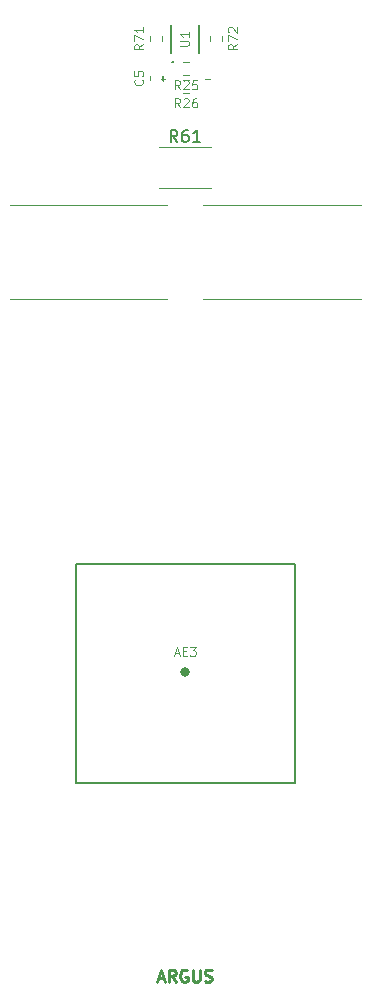
<source format=gbr>
%TF.GenerationSoftware,KiCad,Pcbnew,8.0.5*%
%TF.CreationDate,2025-02-27T20:38:44-05:00*%
%TF.ProjectId,Z-,5a2d2e6b-6963-4616-945f-706362585858,rev?*%
%TF.SameCoordinates,Original*%
%TF.FileFunction,Legend,Top*%
%TF.FilePolarity,Positive*%
%FSLAX46Y46*%
G04 Gerber Fmt 4.6, Leading zero omitted, Abs format (unit mm)*
G04 Created by KiCad (PCBNEW 8.0.5) date 2025-02-27 20:38:44*
%MOMM*%
%LPD*%
G01*
G04 APERTURE LIST*
%ADD10C,0.101600*%
%ADD11C,0.228600*%
%ADD12C,0.150000*%
%ADD13C,0.152400*%
%ADD14C,0.381000*%
%ADD15C,0.120000*%
G04 APERTURE END LIST*
D10*
X154006076Y-66918002D02*
X154393124Y-66918002D01*
D11*
X150020695Y-143071847D02*
X150504505Y-143071847D01*
X149923933Y-143362132D02*
X150262600Y-142346132D01*
X150262600Y-142346132D02*
X150601267Y-143362132D01*
X151520505Y-143362132D02*
X151181838Y-142878323D01*
X150939933Y-143362132D02*
X150939933Y-142346132D01*
X150939933Y-142346132D02*
X151326981Y-142346132D01*
X151326981Y-142346132D02*
X151423743Y-142394513D01*
X151423743Y-142394513D02*
X151472124Y-142442894D01*
X151472124Y-142442894D02*
X151520505Y-142539656D01*
X151520505Y-142539656D02*
X151520505Y-142684799D01*
X151520505Y-142684799D02*
X151472124Y-142781561D01*
X151472124Y-142781561D02*
X151423743Y-142829942D01*
X151423743Y-142829942D02*
X151326981Y-142878323D01*
X151326981Y-142878323D02*
X150939933Y-142878323D01*
X152488124Y-142394513D02*
X152391362Y-142346132D01*
X152391362Y-142346132D02*
X152246219Y-142346132D01*
X152246219Y-142346132D02*
X152101076Y-142394513D01*
X152101076Y-142394513D02*
X152004314Y-142491275D01*
X152004314Y-142491275D02*
X151955933Y-142588037D01*
X151955933Y-142588037D02*
X151907552Y-142781561D01*
X151907552Y-142781561D02*
X151907552Y-142926704D01*
X151907552Y-142926704D02*
X151955933Y-143120228D01*
X151955933Y-143120228D02*
X152004314Y-143216990D01*
X152004314Y-143216990D02*
X152101076Y-143313752D01*
X152101076Y-143313752D02*
X152246219Y-143362132D01*
X152246219Y-143362132D02*
X152342981Y-143362132D01*
X152342981Y-143362132D02*
X152488124Y-143313752D01*
X152488124Y-143313752D02*
X152536505Y-143265371D01*
X152536505Y-143265371D02*
X152536505Y-142926704D01*
X152536505Y-142926704D02*
X152342981Y-142926704D01*
X152971933Y-142346132D02*
X152971933Y-143168609D01*
X152971933Y-143168609D02*
X153020314Y-143265371D01*
X153020314Y-143265371D02*
X153068695Y-143313752D01*
X153068695Y-143313752D02*
X153165457Y-143362132D01*
X153165457Y-143362132D02*
X153358981Y-143362132D01*
X153358981Y-143362132D02*
X153455743Y-143313752D01*
X153455743Y-143313752D02*
X153504124Y-143265371D01*
X153504124Y-143265371D02*
X153552505Y-143168609D01*
X153552505Y-143168609D02*
X153552505Y-142346132D01*
X153987933Y-143313752D02*
X154133076Y-143362132D01*
X154133076Y-143362132D02*
X154374981Y-143362132D01*
X154374981Y-143362132D02*
X154471743Y-143313752D01*
X154471743Y-143313752D02*
X154520124Y-143265371D01*
X154520124Y-143265371D02*
X154568505Y-143168609D01*
X154568505Y-143168609D02*
X154568505Y-143071847D01*
X154568505Y-143071847D02*
X154520124Y-142975085D01*
X154520124Y-142975085D02*
X154471743Y-142926704D01*
X154471743Y-142926704D02*
X154374981Y-142878323D01*
X154374981Y-142878323D02*
X154181457Y-142829942D01*
X154181457Y-142829942D02*
X154084695Y-142781561D01*
X154084695Y-142781561D02*
X154036314Y-142733180D01*
X154036314Y-142733180D02*
X153987933Y-142636418D01*
X153987933Y-142636418D02*
X153987933Y-142539656D01*
X153987933Y-142539656D02*
X154036314Y-142442894D01*
X154036314Y-142442894D02*
X154084695Y-142394513D01*
X154084695Y-142394513D02*
X154181457Y-142346132D01*
X154181457Y-142346132D02*
X154423362Y-142346132D01*
X154423362Y-142346132D02*
X154568505Y-142394513D01*
D10*
X150454997Y-66713676D02*
X150454997Y-67100724D01*
X150261473Y-66907200D02*
X150648521Y-66907200D01*
X151430599Y-115569316D02*
X151793457Y-115569316D01*
X151358028Y-115787030D02*
X151612028Y-115025030D01*
X151612028Y-115025030D02*
X151866028Y-115787030D01*
X152120028Y-115387887D02*
X152374028Y-115387887D01*
X152482885Y-115787030D02*
X152120028Y-115787030D01*
X152120028Y-115787030D02*
X152120028Y-115025030D01*
X152120028Y-115025030D02*
X152482885Y-115025030D01*
X152736886Y-115025030D02*
X153208600Y-115025030D01*
X153208600Y-115025030D02*
X152954600Y-115315316D01*
X152954600Y-115315316D02*
X153063457Y-115315316D01*
X153063457Y-115315316D02*
X153136029Y-115351602D01*
X153136029Y-115351602D02*
X153172314Y-115387887D01*
X153172314Y-115387887D02*
X153208600Y-115460459D01*
X153208600Y-115460459D02*
X153208600Y-115641887D01*
X153208600Y-115641887D02*
X153172314Y-115714459D01*
X153172314Y-115714459D02*
X153136029Y-115750745D01*
X153136029Y-115750745D02*
X153063457Y-115787030D01*
X153063457Y-115787030D02*
X152845743Y-115787030D01*
X152845743Y-115787030D02*
X152773171Y-115750745D01*
X152773171Y-115750745D02*
X152736886Y-115714459D01*
X156717231Y-63989856D02*
X156354374Y-64243856D01*
X156717231Y-64425285D02*
X155955231Y-64425285D01*
X155955231Y-64425285D02*
X155955231Y-64134999D01*
X155955231Y-64134999D02*
X155991517Y-64062428D01*
X155991517Y-64062428D02*
X156027803Y-64026142D01*
X156027803Y-64026142D02*
X156100374Y-63989856D01*
X156100374Y-63989856D02*
X156209231Y-63989856D01*
X156209231Y-63989856D02*
X156281803Y-64026142D01*
X156281803Y-64026142D02*
X156318088Y-64062428D01*
X156318088Y-64062428D02*
X156354374Y-64134999D01*
X156354374Y-64134999D02*
X156354374Y-64425285D01*
X155955231Y-63735856D02*
X155955231Y-63227856D01*
X155955231Y-63227856D02*
X156717231Y-63554428D01*
X156027803Y-62973857D02*
X155991517Y-62937571D01*
X155991517Y-62937571D02*
X155955231Y-62865000D01*
X155955231Y-62865000D02*
X155955231Y-62683571D01*
X155955231Y-62683571D02*
X155991517Y-62611000D01*
X155991517Y-62611000D02*
X156027803Y-62574714D01*
X156027803Y-62574714D02*
X156100374Y-62538428D01*
X156100374Y-62538428D02*
X156172946Y-62538428D01*
X156172946Y-62538428D02*
X156281803Y-62574714D01*
X156281803Y-62574714D02*
X156717231Y-63010142D01*
X156717231Y-63010142D02*
X156717231Y-62538428D01*
X151903951Y-64131371D02*
X152520808Y-64131371D01*
X152520808Y-64131371D02*
X152593380Y-64095085D01*
X152593380Y-64095085D02*
X152629666Y-64058800D01*
X152629666Y-64058800D02*
X152665951Y-63986228D01*
X152665951Y-63986228D02*
X152665951Y-63841085D01*
X152665951Y-63841085D02*
X152629666Y-63768514D01*
X152629666Y-63768514D02*
X152593380Y-63732228D01*
X152593380Y-63732228D02*
X152520808Y-63695942D01*
X152520808Y-63695942D02*
X151903951Y-63695942D01*
X152665951Y-62933942D02*
X152665951Y-63369371D01*
X152665951Y-63151656D02*
X151903951Y-63151656D01*
X151903951Y-63151656D02*
X152012808Y-63224228D01*
X152012808Y-63224228D02*
X152085380Y-63296799D01*
X152085380Y-63296799D02*
X152121666Y-63369371D01*
X148777231Y-63989856D02*
X148414374Y-64243856D01*
X148777231Y-64425285D02*
X148015231Y-64425285D01*
X148015231Y-64425285D02*
X148015231Y-64134999D01*
X148015231Y-64134999D02*
X148051517Y-64062428D01*
X148051517Y-64062428D02*
X148087803Y-64026142D01*
X148087803Y-64026142D02*
X148160374Y-63989856D01*
X148160374Y-63989856D02*
X148269231Y-63989856D01*
X148269231Y-63989856D02*
X148341803Y-64026142D01*
X148341803Y-64026142D02*
X148378088Y-64062428D01*
X148378088Y-64062428D02*
X148414374Y-64134999D01*
X148414374Y-64134999D02*
X148414374Y-64425285D01*
X148015231Y-63735856D02*
X148015231Y-63227856D01*
X148015231Y-63227856D02*
X148777231Y-63554428D01*
X148777231Y-62538428D02*
X148777231Y-62973857D01*
X148777231Y-62756142D02*
X148015231Y-62756142D01*
X148015231Y-62756142D02*
X148124088Y-62828714D01*
X148124088Y-62828714D02*
X148196660Y-62901285D01*
X148196660Y-62901285D02*
X148232946Y-62973857D01*
X151910143Y-69341231D02*
X151656143Y-68978374D01*
X151474714Y-69341231D02*
X151474714Y-68579231D01*
X151474714Y-68579231D02*
X151765000Y-68579231D01*
X151765000Y-68579231D02*
X151837571Y-68615517D01*
X151837571Y-68615517D02*
X151873857Y-68651803D01*
X151873857Y-68651803D02*
X151910143Y-68724374D01*
X151910143Y-68724374D02*
X151910143Y-68833231D01*
X151910143Y-68833231D02*
X151873857Y-68905803D01*
X151873857Y-68905803D02*
X151837571Y-68942088D01*
X151837571Y-68942088D02*
X151765000Y-68978374D01*
X151765000Y-68978374D02*
X151474714Y-68978374D01*
X152200428Y-68651803D02*
X152236714Y-68615517D01*
X152236714Y-68615517D02*
X152309286Y-68579231D01*
X152309286Y-68579231D02*
X152490714Y-68579231D01*
X152490714Y-68579231D02*
X152563286Y-68615517D01*
X152563286Y-68615517D02*
X152599571Y-68651803D01*
X152599571Y-68651803D02*
X152635857Y-68724374D01*
X152635857Y-68724374D02*
X152635857Y-68796946D01*
X152635857Y-68796946D02*
X152599571Y-68905803D01*
X152599571Y-68905803D02*
X152164143Y-69341231D01*
X152164143Y-69341231D02*
X152635857Y-69341231D01*
X153289000Y-68579231D02*
X153143857Y-68579231D01*
X153143857Y-68579231D02*
X153071285Y-68615517D01*
X153071285Y-68615517D02*
X153035000Y-68651803D01*
X153035000Y-68651803D02*
X152962428Y-68760660D01*
X152962428Y-68760660D02*
X152926142Y-68905803D01*
X152926142Y-68905803D02*
X152926142Y-69196088D01*
X152926142Y-69196088D02*
X152962428Y-69268660D01*
X152962428Y-69268660D02*
X152998714Y-69304946D01*
X152998714Y-69304946D02*
X153071285Y-69341231D01*
X153071285Y-69341231D02*
X153216428Y-69341231D01*
X153216428Y-69341231D02*
X153289000Y-69304946D01*
X153289000Y-69304946D02*
X153325285Y-69268660D01*
X153325285Y-69268660D02*
X153361571Y-69196088D01*
X153361571Y-69196088D02*
X153361571Y-69014660D01*
X153361571Y-69014660D02*
X153325285Y-68942088D01*
X153325285Y-68942088D02*
X153289000Y-68905803D01*
X153289000Y-68905803D02*
X153216428Y-68869517D01*
X153216428Y-68869517D02*
X153071285Y-68869517D01*
X153071285Y-68869517D02*
X152998714Y-68905803D01*
X152998714Y-68905803D02*
X152962428Y-68942088D01*
X152962428Y-68942088D02*
X152926142Y-69014660D01*
X151910143Y-67817231D02*
X151656143Y-67454374D01*
X151474714Y-67817231D02*
X151474714Y-67055231D01*
X151474714Y-67055231D02*
X151765000Y-67055231D01*
X151765000Y-67055231D02*
X151837571Y-67091517D01*
X151837571Y-67091517D02*
X151873857Y-67127803D01*
X151873857Y-67127803D02*
X151910143Y-67200374D01*
X151910143Y-67200374D02*
X151910143Y-67309231D01*
X151910143Y-67309231D02*
X151873857Y-67381803D01*
X151873857Y-67381803D02*
X151837571Y-67418088D01*
X151837571Y-67418088D02*
X151765000Y-67454374D01*
X151765000Y-67454374D02*
X151474714Y-67454374D01*
X152200428Y-67127803D02*
X152236714Y-67091517D01*
X152236714Y-67091517D02*
X152309286Y-67055231D01*
X152309286Y-67055231D02*
X152490714Y-67055231D01*
X152490714Y-67055231D02*
X152563286Y-67091517D01*
X152563286Y-67091517D02*
X152599571Y-67127803D01*
X152599571Y-67127803D02*
X152635857Y-67200374D01*
X152635857Y-67200374D02*
X152635857Y-67272946D01*
X152635857Y-67272946D02*
X152599571Y-67381803D01*
X152599571Y-67381803D02*
X152164143Y-67817231D01*
X152164143Y-67817231D02*
X152635857Y-67817231D01*
X153325285Y-67055231D02*
X152962428Y-67055231D01*
X152962428Y-67055231D02*
X152926142Y-67418088D01*
X152926142Y-67418088D02*
X152962428Y-67381803D01*
X152962428Y-67381803D02*
X153035000Y-67345517D01*
X153035000Y-67345517D02*
X153216428Y-67345517D01*
X153216428Y-67345517D02*
X153289000Y-67381803D01*
X153289000Y-67381803D02*
X153325285Y-67418088D01*
X153325285Y-67418088D02*
X153361571Y-67490660D01*
X153361571Y-67490660D02*
X153361571Y-67672088D01*
X153361571Y-67672088D02*
X153325285Y-67744660D01*
X153325285Y-67744660D02*
X153289000Y-67780946D01*
X153289000Y-67780946D02*
X153216428Y-67817231D01*
X153216428Y-67817231D02*
X153035000Y-67817231D01*
X153035000Y-67817231D02*
X152962428Y-67780946D01*
X152962428Y-67780946D02*
X152926142Y-67744660D01*
D12*
X151676742Y-72256819D02*
X151343409Y-71780628D01*
X151105314Y-72256819D02*
X151105314Y-71256819D01*
X151105314Y-71256819D02*
X151486266Y-71256819D01*
X151486266Y-71256819D02*
X151581504Y-71304438D01*
X151581504Y-71304438D02*
X151629123Y-71352057D01*
X151629123Y-71352057D02*
X151676742Y-71447295D01*
X151676742Y-71447295D02*
X151676742Y-71590152D01*
X151676742Y-71590152D02*
X151629123Y-71685390D01*
X151629123Y-71685390D02*
X151581504Y-71733009D01*
X151581504Y-71733009D02*
X151486266Y-71780628D01*
X151486266Y-71780628D02*
X151105314Y-71780628D01*
X152533885Y-71256819D02*
X152343409Y-71256819D01*
X152343409Y-71256819D02*
X152248171Y-71304438D01*
X152248171Y-71304438D02*
X152200552Y-71352057D01*
X152200552Y-71352057D02*
X152105314Y-71494914D01*
X152105314Y-71494914D02*
X152057695Y-71685390D01*
X152057695Y-71685390D02*
X152057695Y-72066342D01*
X152057695Y-72066342D02*
X152105314Y-72161580D01*
X152105314Y-72161580D02*
X152152933Y-72209200D01*
X152152933Y-72209200D02*
X152248171Y-72256819D01*
X152248171Y-72256819D02*
X152438647Y-72256819D01*
X152438647Y-72256819D02*
X152533885Y-72209200D01*
X152533885Y-72209200D02*
X152581504Y-72161580D01*
X152581504Y-72161580D02*
X152629123Y-72066342D01*
X152629123Y-72066342D02*
X152629123Y-71828247D01*
X152629123Y-71828247D02*
X152581504Y-71733009D01*
X152581504Y-71733009D02*
X152533885Y-71685390D01*
X152533885Y-71685390D02*
X152438647Y-71637771D01*
X152438647Y-71637771D02*
X152248171Y-71637771D01*
X152248171Y-71637771D02*
X152152933Y-71685390D01*
X152152933Y-71685390D02*
X152105314Y-71733009D01*
X152105314Y-71733009D02*
X152057695Y-71828247D01*
X153581504Y-72256819D02*
X153010076Y-72256819D01*
X153295790Y-72256819D02*
X153295790Y-71256819D01*
X153295790Y-71256819D02*
X153200552Y-71399676D01*
X153200552Y-71399676D02*
X153105314Y-71494914D01*
X153105314Y-71494914D02*
X153010076Y-71542533D01*
D10*
X148704660Y-66979799D02*
X148740946Y-67016085D01*
X148740946Y-67016085D02*
X148777231Y-67124942D01*
X148777231Y-67124942D02*
X148777231Y-67197514D01*
X148777231Y-67197514D02*
X148740946Y-67306371D01*
X148740946Y-67306371D02*
X148668374Y-67378942D01*
X148668374Y-67378942D02*
X148595803Y-67415228D01*
X148595803Y-67415228D02*
X148450660Y-67451514D01*
X148450660Y-67451514D02*
X148341803Y-67451514D01*
X148341803Y-67451514D02*
X148196660Y-67415228D01*
X148196660Y-67415228D02*
X148124088Y-67378942D01*
X148124088Y-67378942D02*
X148051517Y-67306371D01*
X148051517Y-67306371D02*
X148015231Y-67197514D01*
X148015231Y-67197514D02*
X148015231Y-67124942D01*
X148015231Y-67124942D02*
X148051517Y-67016085D01*
X148051517Y-67016085D02*
X148087803Y-66979799D01*
X148015231Y-66290371D02*
X148015231Y-66653228D01*
X148015231Y-66653228D02*
X148378088Y-66689514D01*
X148378088Y-66689514D02*
X148341803Y-66653228D01*
X148341803Y-66653228D02*
X148305517Y-66580657D01*
X148305517Y-66580657D02*
X148305517Y-66399228D01*
X148305517Y-66399228D02*
X148341803Y-66326657D01*
X148341803Y-66326657D02*
X148378088Y-66290371D01*
X148378088Y-66290371D02*
X148450660Y-66254085D01*
X148450660Y-66254085D02*
X148632088Y-66254085D01*
X148632088Y-66254085D02*
X148704660Y-66290371D01*
X148704660Y-66290371D02*
X148740946Y-66326657D01*
X148740946Y-66326657D02*
X148777231Y-66399228D01*
X148777231Y-66399228D02*
X148777231Y-66580657D01*
X148777231Y-66580657D02*
X148740946Y-66653228D01*
X148740946Y-66653228D02*
X148704660Y-66689514D01*
D13*
%TO.C,AE3*%
X143048600Y-107975600D02*
X143048600Y-126517600D01*
X143048600Y-126517600D02*
X161590600Y-126517600D01*
X161590600Y-107975600D02*
X143048600Y-107975600D01*
X161590600Y-126517600D02*
X161590600Y-107975600D01*
D14*
X152510100Y-117141599D02*
G75*
G02*
X152129100Y-117141599I-190500J0D01*
G01*
X152129100Y-117141599D02*
G75*
G02*
X152510100Y-117141599I190500J0D01*
G01*
D15*
%TO.C,AE2*%
X137460600Y-77584999D02*
X150779600Y-77585000D01*
X150779600Y-85585000D02*
X137460600Y-85585001D01*
%TO.C,R72*%
X154417500Y-63262742D02*
X154417500Y-63737258D01*
X155462500Y-63262742D02*
X155462500Y-63737258D01*
%TO.C,AE1*%
X153859599Y-77585000D02*
X167178599Y-77584999D01*
X167178599Y-85585001D02*
X153859599Y-85585000D01*
D13*
%TO.C,U1*%
X151137620Y-62369700D02*
X151137620Y-64731900D01*
X153499820Y-64731900D02*
X153499820Y-62369700D01*
X151332498Y-65506600D02*
G75*
G02*
X151222142Y-65506600I-55178J0D01*
G01*
X151222142Y-65506600D02*
G75*
G02*
X151332498Y-65506600I55178J0D01*
G01*
D15*
%TO.C,R71*%
X149337500Y-63737258D02*
X149337500Y-63262742D01*
X150382500Y-63737258D02*
X150382500Y-63262742D01*
%TO.C,R26*%
X152637258Y-67041500D02*
X152162742Y-67041500D01*
X152637258Y-68086500D02*
X152162742Y-68086500D01*
%TO.C,R25*%
X152637258Y-65517500D02*
X152162742Y-65517500D01*
X152637258Y-66562500D02*
X152162742Y-66562500D01*
%TO.C,R61*%
X150142536Y-72712000D02*
X154496664Y-72712000D01*
X150142536Y-76132000D02*
X154496664Y-76132000D01*
%TO.C,C5*%
X149350000Y-66993380D02*
X149350000Y-66712220D01*
X150370000Y-66993380D02*
X150370000Y-66712220D01*
%TD*%
M02*

</source>
